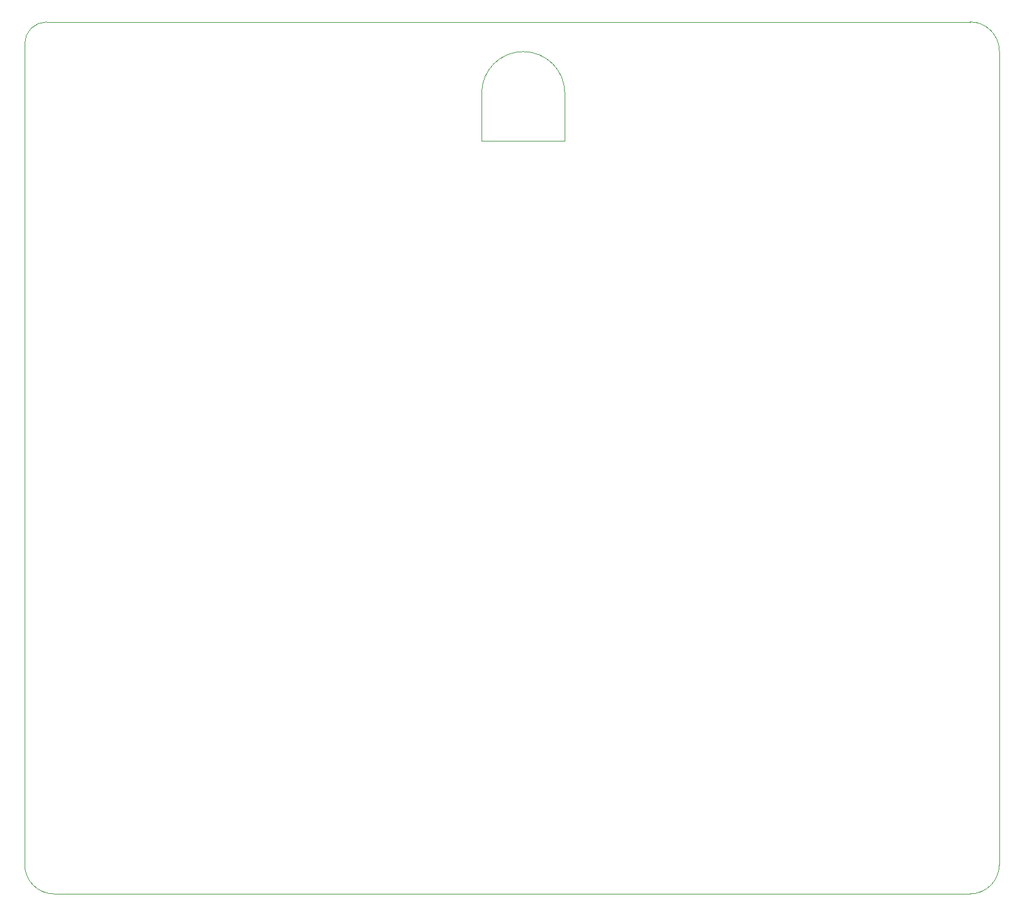
<source format=gm1>
%TF.GenerationSoftware,KiCad,Pcbnew,7.0.1-0*%
%TF.CreationDate,2023-08-06T23:45:38+01:00*%
%TF.ProjectId,chademo-charge-controller,63686164-656d-46f2-9d63-68617267652d,rev?*%
%TF.SameCoordinates,Original*%
%TF.FileFunction,Profile,NP*%
%FSLAX46Y46*%
G04 Gerber Fmt 4.6, Leading zero omitted, Abs format (unit mm)*
G04 Created by KiCad (PCBNEW 7.0.1-0) date 2023-08-06 23:45:38*
%MOMM*%
%LPD*%
G01*
G04 APERTURE LIST*
%TA.AperFunction,Profile*%
%ADD10C,0.100000*%
%TD*%
G04 APERTURE END LIST*
D10*
X175260000Y-34798000D02*
G75*
G03*
X163830000Y-34798000I-5715000J0D01*
G01*
X163830000Y-34798000D02*
X163830000Y-41402000D01*
X101000000Y-141000000D02*
G75*
G03*
X105000000Y-145000000I4000000J0D01*
G01*
X104000000Y-25000000D02*
G75*
G03*
X101000000Y-28000000I0J-3000000D01*
G01*
X163830000Y-41402000D02*
X175260000Y-41402000D01*
X235000000Y-29000000D02*
X235000000Y-141000000D01*
X231000000Y-25000000D02*
X104000000Y-25000000D01*
X175260000Y-41402000D02*
X175260000Y-34798000D01*
X101000000Y-141000000D02*
X101000000Y-28000000D01*
X231000000Y-145000000D02*
G75*
G03*
X235000000Y-141000000I0J4000000D01*
G01*
X231000000Y-145000000D02*
X105000000Y-145000000D01*
X235000000Y-29000000D02*
G75*
G03*
X231000000Y-25000000I-4000000J0D01*
G01*
M02*

</source>
